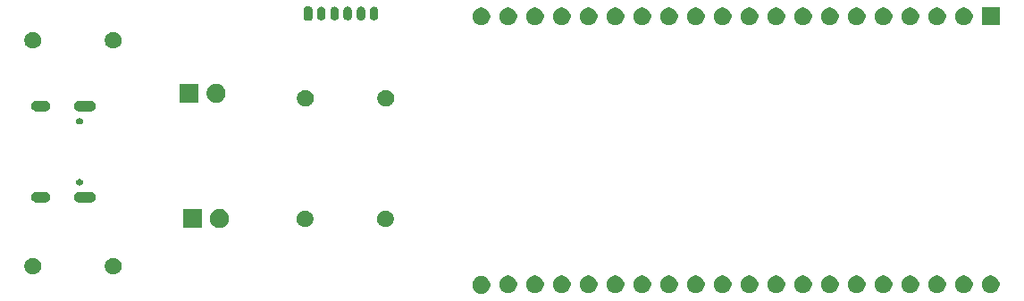
<source format=gbr>
%TF.GenerationSoftware,KiCad,Pcbnew,9.0.6-9.0.6~ubuntu24.04.1*%
%TF.CreationDate,2026-01-01T18:35:03+01:00*%
%TF.ProjectId,security-system,73656375-7269-4747-992d-73797374656d,0*%
%TF.SameCoordinates,Original*%
%TF.FileFunction,Soldermask,Bot*%
%TF.FilePolarity,Negative*%
%FSLAX46Y46*%
G04 Gerber Fmt 4.6, Leading zero omitted, Abs format (unit mm)*
G04 Created by KiCad (PCBNEW 9.0.6-9.0.6~ubuntu24.04.1) date 2026-01-01 18:35:03*
%MOMM*%
%LPD*%
G01*
G04 APERTURE LIST*
G04 APERTURE END LIST*
G36*
X169868742Y-98436601D02*
G01*
X170022687Y-98500367D01*
X170161234Y-98592941D01*
X170279059Y-98710766D01*
X170371633Y-98849313D01*
X170435399Y-99003258D01*
X170467907Y-99166685D01*
X170467907Y-99333315D01*
X170435399Y-99496742D01*
X170371633Y-99650687D01*
X170279059Y-99789234D01*
X170161234Y-99907059D01*
X170022687Y-99999633D01*
X169868742Y-100063399D01*
X169705315Y-100095907D01*
X169538685Y-100095907D01*
X169375258Y-100063399D01*
X169221313Y-99999633D01*
X169082766Y-99907059D01*
X168964941Y-99789234D01*
X168872367Y-99650687D01*
X168808601Y-99496742D01*
X168776093Y-99333315D01*
X168776093Y-99166685D01*
X168808601Y-99003258D01*
X168872367Y-98849313D01*
X168964941Y-98710766D01*
X169082766Y-98592941D01*
X169221313Y-98500367D01*
X169375258Y-98436601D01*
X169538685Y-98404093D01*
X169705315Y-98404093D01*
X169868742Y-98436601D01*
G37*
G36*
X172408742Y-98386601D02*
G01*
X172562687Y-98450367D01*
X172701234Y-98542941D01*
X172819059Y-98660766D01*
X172911633Y-98799313D01*
X172975399Y-98953258D01*
X173007907Y-99116685D01*
X173007907Y-99283315D01*
X172975399Y-99446742D01*
X172911633Y-99600687D01*
X172819059Y-99739234D01*
X172701234Y-99857059D01*
X172562687Y-99949633D01*
X172408742Y-100013399D01*
X172245315Y-100045907D01*
X172078685Y-100045907D01*
X171915258Y-100013399D01*
X171761313Y-99949633D01*
X171622766Y-99857059D01*
X171504941Y-99739234D01*
X171412367Y-99600687D01*
X171348601Y-99446742D01*
X171316093Y-99283315D01*
X171316093Y-99116685D01*
X171348601Y-98953258D01*
X171412367Y-98799313D01*
X171504941Y-98660766D01*
X171622766Y-98542941D01*
X171761313Y-98450367D01*
X171915258Y-98386601D01*
X172078685Y-98354093D01*
X172245315Y-98354093D01*
X172408742Y-98386601D01*
G37*
G36*
X174948742Y-98386601D02*
G01*
X175102687Y-98450367D01*
X175241234Y-98542941D01*
X175359059Y-98660766D01*
X175451633Y-98799313D01*
X175515399Y-98953258D01*
X175547907Y-99116685D01*
X175547907Y-99283315D01*
X175515399Y-99446742D01*
X175451633Y-99600687D01*
X175359059Y-99739234D01*
X175241234Y-99857059D01*
X175102687Y-99949633D01*
X174948742Y-100013399D01*
X174785315Y-100045907D01*
X174618685Y-100045907D01*
X174455258Y-100013399D01*
X174301313Y-99949633D01*
X174162766Y-99857059D01*
X174044941Y-99739234D01*
X173952367Y-99600687D01*
X173888601Y-99446742D01*
X173856093Y-99283315D01*
X173856093Y-99116685D01*
X173888601Y-98953258D01*
X173952367Y-98799313D01*
X174044941Y-98660766D01*
X174162766Y-98542941D01*
X174301313Y-98450367D01*
X174455258Y-98386601D01*
X174618685Y-98354093D01*
X174785315Y-98354093D01*
X174948742Y-98386601D01*
G37*
G36*
X177488742Y-98386601D02*
G01*
X177642687Y-98450367D01*
X177781234Y-98542941D01*
X177899059Y-98660766D01*
X177991633Y-98799313D01*
X178055399Y-98953258D01*
X178087907Y-99116685D01*
X178087907Y-99283315D01*
X178055399Y-99446742D01*
X177991633Y-99600687D01*
X177899059Y-99739234D01*
X177781234Y-99857059D01*
X177642687Y-99949633D01*
X177488742Y-100013399D01*
X177325315Y-100045907D01*
X177158685Y-100045907D01*
X176995258Y-100013399D01*
X176841313Y-99949633D01*
X176702766Y-99857059D01*
X176584941Y-99739234D01*
X176492367Y-99600687D01*
X176428601Y-99446742D01*
X176396093Y-99283315D01*
X176396093Y-99116685D01*
X176428601Y-98953258D01*
X176492367Y-98799313D01*
X176584941Y-98660766D01*
X176702766Y-98542941D01*
X176841313Y-98450367D01*
X176995258Y-98386601D01*
X177158685Y-98354093D01*
X177325315Y-98354093D01*
X177488742Y-98386601D01*
G37*
G36*
X180028742Y-98386601D02*
G01*
X180182687Y-98450367D01*
X180321234Y-98542941D01*
X180439059Y-98660766D01*
X180531633Y-98799313D01*
X180595399Y-98953258D01*
X180627907Y-99116685D01*
X180627907Y-99283315D01*
X180595399Y-99446742D01*
X180531633Y-99600687D01*
X180439059Y-99739234D01*
X180321234Y-99857059D01*
X180182687Y-99949633D01*
X180028742Y-100013399D01*
X179865315Y-100045907D01*
X179698685Y-100045907D01*
X179535258Y-100013399D01*
X179381313Y-99949633D01*
X179242766Y-99857059D01*
X179124941Y-99739234D01*
X179032367Y-99600687D01*
X178968601Y-99446742D01*
X178936093Y-99283315D01*
X178936093Y-99116685D01*
X178968601Y-98953258D01*
X179032367Y-98799313D01*
X179124941Y-98660766D01*
X179242766Y-98542941D01*
X179381313Y-98450367D01*
X179535258Y-98386601D01*
X179698685Y-98354093D01*
X179865315Y-98354093D01*
X180028742Y-98386601D01*
G37*
G36*
X182568742Y-98386601D02*
G01*
X182722687Y-98450367D01*
X182861234Y-98542941D01*
X182979059Y-98660766D01*
X183071633Y-98799313D01*
X183135399Y-98953258D01*
X183167907Y-99116685D01*
X183167907Y-99283315D01*
X183135399Y-99446742D01*
X183071633Y-99600687D01*
X182979059Y-99739234D01*
X182861234Y-99857059D01*
X182722687Y-99949633D01*
X182568742Y-100013399D01*
X182405315Y-100045907D01*
X182238685Y-100045907D01*
X182075258Y-100013399D01*
X181921313Y-99949633D01*
X181782766Y-99857059D01*
X181664941Y-99739234D01*
X181572367Y-99600687D01*
X181508601Y-99446742D01*
X181476093Y-99283315D01*
X181476093Y-99116685D01*
X181508601Y-98953258D01*
X181572367Y-98799313D01*
X181664941Y-98660766D01*
X181782766Y-98542941D01*
X181921313Y-98450367D01*
X182075258Y-98386601D01*
X182238685Y-98354093D01*
X182405315Y-98354093D01*
X182568742Y-98386601D01*
G37*
G36*
X185108742Y-98386601D02*
G01*
X185262687Y-98450367D01*
X185401234Y-98542941D01*
X185519059Y-98660766D01*
X185611633Y-98799313D01*
X185675399Y-98953258D01*
X185707907Y-99116685D01*
X185707907Y-99283315D01*
X185675399Y-99446742D01*
X185611633Y-99600687D01*
X185519059Y-99739234D01*
X185401234Y-99857059D01*
X185262687Y-99949633D01*
X185108742Y-100013399D01*
X184945315Y-100045907D01*
X184778685Y-100045907D01*
X184615258Y-100013399D01*
X184461313Y-99949633D01*
X184322766Y-99857059D01*
X184204941Y-99739234D01*
X184112367Y-99600687D01*
X184048601Y-99446742D01*
X184016093Y-99283315D01*
X184016093Y-99116685D01*
X184048601Y-98953258D01*
X184112367Y-98799313D01*
X184204941Y-98660766D01*
X184322766Y-98542941D01*
X184461313Y-98450367D01*
X184615258Y-98386601D01*
X184778685Y-98354093D01*
X184945315Y-98354093D01*
X185108742Y-98386601D01*
G37*
G36*
X187648742Y-98386601D02*
G01*
X187802687Y-98450367D01*
X187941234Y-98542941D01*
X188059059Y-98660766D01*
X188151633Y-98799313D01*
X188215399Y-98953258D01*
X188247907Y-99116685D01*
X188247907Y-99283315D01*
X188215399Y-99446742D01*
X188151633Y-99600687D01*
X188059059Y-99739234D01*
X187941234Y-99857059D01*
X187802687Y-99949633D01*
X187648742Y-100013399D01*
X187485315Y-100045907D01*
X187318685Y-100045907D01*
X187155258Y-100013399D01*
X187001313Y-99949633D01*
X186862766Y-99857059D01*
X186744941Y-99739234D01*
X186652367Y-99600687D01*
X186588601Y-99446742D01*
X186556093Y-99283315D01*
X186556093Y-99116685D01*
X186588601Y-98953258D01*
X186652367Y-98799313D01*
X186744941Y-98660766D01*
X186862766Y-98542941D01*
X187001313Y-98450367D01*
X187155258Y-98386601D01*
X187318685Y-98354093D01*
X187485315Y-98354093D01*
X187648742Y-98386601D01*
G37*
G36*
X190188742Y-98386601D02*
G01*
X190342687Y-98450367D01*
X190481234Y-98542941D01*
X190599059Y-98660766D01*
X190691633Y-98799313D01*
X190755399Y-98953258D01*
X190787907Y-99116685D01*
X190787907Y-99283315D01*
X190755399Y-99446742D01*
X190691633Y-99600687D01*
X190599059Y-99739234D01*
X190481234Y-99857059D01*
X190342687Y-99949633D01*
X190188742Y-100013399D01*
X190025315Y-100045907D01*
X189858685Y-100045907D01*
X189695258Y-100013399D01*
X189541313Y-99949633D01*
X189402766Y-99857059D01*
X189284941Y-99739234D01*
X189192367Y-99600687D01*
X189128601Y-99446742D01*
X189096093Y-99283315D01*
X189096093Y-99116685D01*
X189128601Y-98953258D01*
X189192367Y-98799313D01*
X189284941Y-98660766D01*
X189402766Y-98542941D01*
X189541313Y-98450367D01*
X189695258Y-98386601D01*
X189858685Y-98354093D01*
X190025315Y-98354093D01*
X190188742Y-98386601D01*
G37*
G36*
X192728742Y-98386601D02*
G01*
X192882687Y-98450367D01*
X193021234Y-98542941D01*
X193139059Y-98660766D01*
X193231633Y-98799313D01*
X193295399Y-98953258D01*
X193327907Y-99116685D01*
X193327907Y-99283315D01*
X193295399Y-99446742D01*
X193231633Y-99600687D01*
X193139059Y-99739234D01*
X193021234Y-99857059D01*
X192882687Y-99949633D01*
X192728742Y-100013399D01*
X192565315Y-100045907D01*
X192398685Y-100045907D01*
X192235258Y-100013399D01*
X192081313Y-99949633D01*
X191942766Y-99857059D01*
X191824941Y-99739234D01*
X191732367Y-99600687D01*
X191668601Y-99446742D01*
X191636093Y-99283315D01*
X191636093Y-99116685D01*
X191668601Y-98953258D01*
X191732367Y-98799313D01*
X191824941Y-98660766D01*
X191942766Y-98542941D01*
X192081313Y-98450367D01*
X192235258Y-98386601D01*
X192398685Y-98354093D01*
X192565315Y-98354093D01*
X192728742Y-98386601D01*
G37*
G36*
X195268742Y-98386601D02*
G01*
X195422687Y-98450367D01*
X195561234Y-98542941D01*
X195679059Y-98660766D01*
X195771633Y-98799313D01*
X195835399Y-98953258D01*
X195867907Y-99116685D01*
X195867907Y-99283315D01*
X195835399Y-99446742D01*
X195771633Y-99600687D01*
X195679059Y-99739234D01*
X195561234Y-99857059D01*
X195422687Y-99949633D01*
X195268742Y-100013399D01*
X195105315Y-100045907D01*
X194938685Y-100045907D01*
X194775258Y-100013399D01*
X194621313Y-99949633D01*
X194482766Y-99857059D01*
X194364941Y-99739234D01*
X194272367Y-99600687D01*
X194208601Y-99446742D01*
X194176093Y-99283315D01*
X194176093Y-99116685D01*
X194208601Y-98953258D01*
X194272367Y-98799313D01*
X194364941Y-98660766D01*
X194482766Y-98542941D01*
X194621313Y-98450367D01*
X194775258Y-98386601D01*
X194938685Y-98354093D01*
X195105315Y-98354093D01*
X195268742Y-98386601D01*
G37*
G36*
X197808742Y-98386601D02*
G01*
X197962687Y-98450367D01*
X198101234Y-98542941D01*
X198219059Y-98660766D01*
X198311633Y-98799313D01*
X198375399Y-98953258D01*
X198407907Y-99116685D01*
X198407907Y-99283315D01*
X198375399Y-99446742D01*
X198311633Y-99600687D01*
X198219059Y-99739234D01*
X198101234Y-99857059D01*
X197962687Y-99949633D01*
X197808742Y-100013399D01*
X197645315Y-100045907D01*
X197478685Y-100045907D01*
X197315258Y-100013399D01*
X197161313Y-99949633D01*
X197022766Y-99857059D01*
X196904941Y-99739234D01*
X196812367Y-99600687D01*
X196748601Y-99446742D01*
X196716093Y-99283315D01*
X196716093Y-99116685D01*
X196748601Y-98953258D01*
X196812367Y-98799313D01*
X196904941Y-98660766D01*
X197022766Y-98542941D01*
X197161313Y-98450367D01*
X197315258Y-98386601D01*
X197478685Y-98354093D01*
X197645315Y-98354093D01*
X197808742Y-98386601D01*
G37*
G36*
X200348742Y-98386601D02*
G01*
X200502687Y-98450367D01*
X200641234Y-98542941D01*
X200759059Y-98660766D01*
X200851633Y-98799313D01*
X200915399Y-98953258D01*
X200947907Y-99116685D01*
X200947907Y-99283315D01*
X200915399Y-99446742D01*
X200851633Y-99600687D01*
X200759059Y-99739234D01*
X200641234Y-99857059D01*
X200502687Y-99949633D01*
X200348742Y-100013399D01*
X200185315Y-100045907D01*
X200018685Y-100045907D01*
X199855258Y-100013399D01*
X199701313Y-99949633D01*
X199562766Y-99857059D01*
X199444941Y-99739234D01*
X199352367Y-99600687D01*
X199288601Y-99446742D01*
X199256093Y-99283315D01*
X199256093Y-99116685D01*
X199288601Y-98953258D01*
X199352367Y-98799313D01*
X199444941Y-98660766D01*
X199562766Y-98542941D01*
X199701313Y-98450367D01*
X199855258Y-98386601D01*
X200018685Y-98354093D01*
X200185315Y-98354093D01*
X200348742Y-98386601D01*
G37*
G36*
X202888742Y-98386601D02*
G01*
X203042687Y-98450367D01*
X203181234Y-98542941D01*
X203299059Y-98660766D01*
X203391633Y-98799313D01*
X203455399Y-98953258D01*
X203487907Y-99116685D01*
X203487907Y-99283315D01*
X203455399Y-99446742D01*
X203391633Y-99600687D01*
X203299059Y-99739234D01*
X203181234Y-99857059D01*
X203042687Y-99949633D01*
X202888742Y-100013399D01*
X202725315Y-100045907D01*
X202558685Y-100045907D01*
X202395258Y-100013399D01*
X202241313Y-99949633D01*
X202102766Y-99857059D01*
X201984941Y-99739234D01*
X201892367Y-99600687D01*
X201828601Y-99446742D01*
X201796093Y-99283315D01*
X201796093Y-99116685D01*
X201828601Y-98953258D01*
X201892367Y-98799313D01*
X201984941Y-98660766D01*
X202102766Y-98542941D01*
X202241313Y-98450367D01*
X202395258Y-98386601D01*
X202558685Y-98354093D01*
X202725315Y-98354093D01*
X202888742Y-98386601D01*
G37*
G36*
X205428742Y-98386601D02*
G01*
X205582687Y-98450367D01*
X205721234Y-98542941D01*
X205839059Y-98660766D01*
X205931633Y-98799313D01*
X205995399Y-98953258D01*
X206027907Y-99116685D01*
X206027907Y-99283315D01*
X205995399Y-99446742D01*
X205931633Y-99600687D01*
X205839059Y-99739234D01*
X205721234Y-99857059D01*
X205582687Y-99949633D01*
X205428742Y-100013399D01*
X205265315Y-100045907D01*
X205098685Y-100045907D01*
X204935258Y-100013399D01*
X204781313Y-99949633D01*
X204642766Y-99857059D01*
X204524941Y-99739234D01*
X204432367Y-99600687D01*
X204368601Y-99446742D01*
X204336093Y-99283315D01*
X204336093Y-99116685D01*
X204368601Y-98953258D01*
X204432367Y-98799313D01*
X204524941Y-98660766D01*
X204642766Y-98542941D01*
X204781313Y-98450367D01*
X204935258Y-98386601D01*
X205098685Y-98354093D01*
X205265315Y-98354093D01*
X205428742Y-98386601D01*
G37*
G36*
X207968742Y-98386601D02*
G01*
X208122687Y-98450367D01*
X208261234Y-98542941D01*
X208379059Y-98660766D01*
X208471633Y-98799313D01*
X208535399Y-98953258D01*
X208567907Y-99116685D01*
X208567907Y-99283315D01*
X208535399Y-99446742D01*
X208471633Y-99600687D01*
X208379059Y-99739234D01*
X208261234Y-99857059D01*
X208122687Y-99949633D01*
X207968742Y-100013399D01*
X207805315Y-100045907D01*
X207638685Y-100045907D01*
X207475258Y-100013399D01*
X207321313Y-99949633D01*
X207182766Y-99857059D01*
X207064941Y-99739234D01*
X206972367Y-99600687D01*
X206908601Y-99446742D01*
X206876093Y-99283315D01*
X206876093Y-99116685D01*
X206908601Y-98953258D01*
X206972367Y-98799313D01*
X207064941Y-98660766D01*
X207182766Y-98542941D01*
X207321313Y-98450367D01*
X207475258Y-98386601D01*
X207638685Y-98354093D01*
X207805315Y-98354093D01*
X207968742Y-98386601D01*
G37*
G36*
X210508742Y-98386601D02*
G01*
X210662687Y-98450367D01*
X210801234Y-98542941D01*
X210919059Y-98660766D01*
X211011633Y-98799313D01*
X211075399Y-98953258D01*
X211107907Y-99116685D01*
X211107907Y-99283315D01*
X211075399Y-99446742D01*
X211011633Y-99600687D01*
X210919059Y-99739234D01*
X210801234Y-99857059D01*
X210662687Y-99949633D01*
X210508742Y-100013399D01*
X210345315Y-100045907D01*
X210178685Y-100045907D01*
X210015258Y-100013399D01*
X209861313Y-99949633D01*
X209722766Y-99857059D01*
X209604941Y-99739234D01*
X209512367Y-99600687D01*
X209448601Y-99446742D01*
X209416093Y-99283315D01*
X209416093Y-99116685D01*
X209448601Y-98953258D01*
X209512367Y-98799313D01*
X209604941Y-98660766D01*
X209722766Y-98542941D01*
X209861313Y-98450367D01*
X210015258Y-98386601D01*
X210178685Y-98354093D01*
X210345315Y-98354093D01*
X210508742Y-98386601D01*
G37*
G36*
X213048742Y-98386601D02*
G01*
X213202687Y-98450367D01*
X213341234Y-98542941D01*
X213459059Y-98660766D01*
X213551633Y-98799313D01*
X213615399Y-98953258D01*
X213647907Y-99116685D01*
X213647907Y-99283315D01*
X213615399Y-99446742D01*
X213551633Y-99600687D01*
X213459059Y-99739234D01*
X213341234Y-99857059D01*
X213202687Y-99949633D01*
X213048742Y-100013399D01*
X212885315Y-100045907D01*
X212718685Y-100045907D01*
X212555258Y-100013399D01*
X212401313Y-99949633D01*
X212262766Y-99857059D01*
X212144941Y-99739234D01*
X212052367Y-99600687D01*
X211988601Y-99446742D01*
X211956093Y-99283315D01*
X211956093Y-99116685D01*
X211988601Y-98953258D01*
X212052367Y-98799313D01*
X212144941Y-98660766D01*
X212262766Y-98542941D01*
X212401313Y-98450367D01*
X212555258Y-98386601D01*
X212718685Y-98354093D01*
X212885315Y-98354093D01*
X213048742Y-98386601D01*
G37*
G36*
X215588742Y-98386601D02*
G01*
X215742687Y-98450367D01*
X215881234Y-98542941D01*
X215999059Y-98660766D01*
X216091633Y-98799313D01*
X216155399Y-98953258D01*
X216187907Y-99116685D01*
X216187907Y-99283315D01*
X216155399Y-99446742D01*
X216091633Y-99600687D01*
X215999059Y-99739234D01*
X215881234Y-99857059D01*
X215742687Y-99949633D01*
X215588742Y-100013399D01*
X215425315Y-100045907D01*
X215258685Y-100045907D01*
X215095258Y-100013399D01*
X214941313Y-99949633D01*
X214802766Y-99857059D01*
X214684941Y-99739234D01*
X214592367Y-99600687D01*
X214528601Y-99446742D01*
X214496093Y-99283315D01*
X214496093Y-99116685D01*
X214528601Y-98953258D01*
X214592367Y-98799313D01*
X214684941Y-98660766D01*
X214802766Y-98542941D01*
X214941313Y-98450367D01*
X215095258Y-98386601D01*
X215258685Y-98354093D01*
X215425315Y-98354093D01*
X215588742Y-98386601D01*
G37*
G36*
X218128742Y-98386601D02*
G01*
X218282687Y-98450367D01*
X218421234Y-98542941D01*
X218539059Y-98660766D01*
X218631633Y-98799313D01*
X218695399Y-98953258D01*
X218727907Y-99116685D01*
X218727907Y-99283315D01*
X218695399Y-99446742D01*
X218631633Y-99600687D01*
X218539059Y-99739234D01*
X218421234Y-99857059D01*
X218282687Y-99949633D01*
X218128742Y-100013399D01*
X217965315Y-100045907D01*
X217798685Y-100045907D01*
X217635258Y-100013399D01*
X217481313Y-99949633D01*
X217342766Y-99857059D01*
X217224941Y-99739234D01*
X217132367Y-99600687D01*
X217068601Y-99446742D01*
X217036093Y-99283315D01*
X217036093Y-99116685D01*
X217068601Y-98953258D01*
X217132367Y-98799313D01*
X217224941Y-98660766D01*
X217342766Y-98542941D01*
X217481313Y-98450367D01*
X217635258Y-98386601D01*
X217798685Y-98354093D01*
X217965315Y-98354093D01*
X218128742Y-98386601D01*
G37*
G36*
X127362228Y-96704448D02*
G01*
X127507117Y-96764463D01*
X127637515Y-96851592D01*
X127748408Y-96962485D01*
X127835537Y-97092883D01*
X127895552Y-97237772D01*
X127926148Y-97391586D01*
X127926148Y-97548414D01*
X127895552Y-97702228D01*
X127835537Y-97847117D01*
X127748408Y-97977515D01*
X127637515Y-98088408D01*
X127507117Y-98175537D01*
X127362228Y-98235552D01*
X127208414Y-98266148D01*
X127051586Y-98266148D01*
X126897772Y-98235552D01*
X126752883Y-98175537D01*
X126622485Y-98088408D01*
X126511592Y-97977515D01*
X126424463Y-97847117D01*
X126364448Y-97702228D01*
X126333852Y-97548414D01*
X126333852Y-97391586D01*
X126364448Y-97237772D01*
X126424463Y-97092883D01*
X126511592Y-96962485D01*
X126622485Y-96851592D01*
X126752883Y-96764463D01*
X126897772Y-96704448D01*
X127051586Y-96673852D01*
X127208414Y-96673852D01*
X127362228Y-96704448D01*
G37*
G36*
X134982228Y-96704448D02*
G01*
X135127117Y-96764463D01*
X135257515Y-96851592D01*
X135368408Y-96962485D01*
X135455537Y-97092883D01*
X135515552Y-97237772D01*
X135546148Y-97391586D01*
X135546148Y-97548414D01*
X135515552Y-97702228D01*
X135455537Y-97847117D01*
X135368408Y-97977515D01*
X135257515Y-98088408D01*
X135127117Y-98175537D01*
X134982228Y-98235552D01*
X134828414Y-98266148D01*
X134671586Y-98266148D01*
X134517772Y-98235552D01*
X134372883Y-98175537D01*
X134242485Y-98088408D01*
X134131592Y-97977515D01*
X134044463Y-97847117D01*
X133984448Y-97702228D01*
X133953852Y-97548414D01*
X133953852Y-97391586D01*
X133984448Y-97237772D01*
X134044463Y-97092883D01*
X134131592Y-96962485D01*
X134242485Y-96851592D01*
X134372883Y-96764463D01*
X134517772Y-96704448D01*
X134671586Y-96673852D01*
X134828414Y-96673852D01*
X134982228Y-96704448D01*
G37*
G36*
X143175000Y-93850000D02*
G01*
X141375000Y-93850000D01*
X141375000Y-92050000D01*
X143175000Y-92050000D01*
X143175000Y-93850000D01*
G37*
G36*
X145076256Y-92088754D02*
G01*
X145239257Y-92156271D01*
X145385954Y-92254291D01*
X145510709Y-92379046D01*
X145608729Y-92525743D01*
X145676246Y-92688744D01*
X145710666Y-92861785D01*
X145710666Y-93038215D01*
X145676246Y-93211256D01*
X145608729Y-93374257D01*
X145510709Y-93520954D01*
X145385954Y-93645709D01*
X145239257Y-93743729D01*
X145076256Y-93811246D01*
X144903215Y-93845666D01*
X144726785Y-93845666D01*
X144553744Y-93811246D01*
X144390743Y-93743729D01*
X144244046Y-93645709D01*
X144119291Y-93520954D01*
X144021271Y-93374257D01*
X143953754Y-93211256D01*
X143919334Y-93038215D01*
X143919334Y-92861785D01*
X143953754Y-92688744D01*
X144021271Y-92525743D01*
X144119291Y-92379046D01*
X144244046Y-92254291D01*
X144390743Y-92156271D01*
X144553744Y-92088754D01*
X144726785Y-92054334D01*
X144903215Y-92054334D01*
X145076256Y-92088754D01*
G37*
G36*
X153162228Y-92224448D02*
G01*
X153307117Y-92284463D01*
X153437515Y-92371592D01*
X153548408Y-92482485D01*
X153635537Y-92612883D01*
X153695552Y-92757772D01*
X153726148Y-92911586D01*
X153726148Y-93068414D01*
X153695552Y-93222228D01*
X153635537Y-93367117D01*
X153548408Y-93497515D01*
X153437515Y-93608408D01*
X153307117Y-93695537D01*
X153162228Y-93755552D01*
X153008414Y-93786148D01*
X152851586Y-93786148D01*
X152697772Y-93755552D01*
X152552883Y-93695537D01*
X152422485Y-93608408D01*
X152311592Y-93497515D01*
X152224463Y-93367117D01*
X152164448Y-93222228D01*
X152133852Y-93068414D01*
X152133852Y-92911586D01*
X152164448Y-92757772D01*
X152224463Y-92612883D01*
X152311592Y-92482485D01*
X152422485Y-92371592D01*
X152552883Y-92284463D01*
X152697772Y-92224448D01*
X152851586Y-92193852D01*
X153008414Y-92193852D01*
X153162228Y-92224448D01*
G37*
G36*
X160782228Y-92224448D02*
G01*
X160927117Y-92284463D01*
X161057515Y-92371592D01*
X161168408Y-92482485D01*
X161255537Y-92612883D01*
X161315552Y-92757772D01*
X161346148Y-92911586D01*
X161346148Y-93068414D01*
X161315552Y-93222228D01*
X161255537Y-93367117D01*
X161168408Y-93497515D01*
X161057515Y-93608408D01*
X160927117Y-93695537D01*
X160782228Y-93755552D01*
X160628414Y-93786148D01*
X160471586Y-93786148D01*
X160317772Y-93755552D01*
X160172883Y-93695537D01*
X160042485Y-93608408D01*
X159931592Y-93497515D01*
X159844463Y-93367117D01*
X159784448Y-93222228D01*
X159753852Y-93068414D01*
X159753852Y-92911586D01*
X159784448Y-92757772D01*
X159844463Y-92612883D01*
X159931592Y-92482485D01*
X160042485Y-92371592D01*
X160172883Y-92284463D01*
X160317772Y-92224448D01*
X160471586Y-92193852D01*
X160628414Y-92193852D01*
X160782228Y-92224448D01*
G37*
G36*
X128345263Y-90444278D02*
G01*
X128471342Y-90478060D01*
X128584381Y-90543323D01*
X128676677Y-90635619D01*
X128741940Y-90748658D01*
X128775722Y-90874737D01*
X128775722Y-91005263D01*
X128741940Y-91131342D01*
X128676677Y-91244381D01*
X128584381Y-91336677D01*
X128471342Y-91401940D01*
X128345263Y-91435722D01*
X128280000Y-91440000D01*
X128278029Y-91440000D01*
X127481971Y-91440000D01*
X127480000Y-91440000D01*
X127414737Y-91435722D01*
X127288658Y-91401940D01*
X127175619Y-91336677D01*
X127083323Y-91244381D01*
X127018060Y-91131342D01*
X126984278Y-91005263D01*
X126984278Y-90874737D01*
X127018060Y-90748658D01*
X127083323Y-90635619D01*
X127175619Y-90543323D01*
X127288658Y-90478060D01*
X127414737Y-90444278D01*
X127480000Y-90440000D01*
X128280000Y-90440000D01*
X128345263Y-90444278D01*
G37*
G36*
X132675263Y-90444278D02*
G01*
X132801342Y-90478060D01*
X132914381Y-90543323D01*
X133006677Y-90635619D01*
X133071940Y-90748658D01*
X133105722Y-90874737D01*
X133105722Y-91005263D01*
X133071940Y-91131342D01*
X133006677Y-91244381D01*
X132914381Y-91336677D01*
X132801342Y-91401940D01*
X132675263Y-91435722D01*
X132610000Y-91440000D01*
X132608029Y-91440000D01*
X131511971Y-91440000D01*
X131510000Y-91440000D01*
X131444737Y-91435722D01*
X131318658Y-91401940D01*
X131205619Y-91336677D01*
X131113323Y-91244381D01*
X131048060Y-91131342D01*
X131014278Y-91005263D01*
X131014278Y-90874737D01*
X131048060Y-90748658D01*
X131113323Y-90635619D01*
X131205619Y-90543323D01*
X131318658Y-90478060D01*
X131444737Y-90444278D01*
X131510000Y-90440000D01*
X132610000Y-90440000D01*
X132675263Y-90444278D01*
G37*
G36*
X131684372Y-89209739D02*
G01*
X131757847Y-89252160D01*
X131817840Y-89312153D01*
X131860261Y-89385628D01*
X131882220Y-89467579D01*
X131882220Y-89552421D01*
X131860261Y-89634372D01*
X131817840Y-89707847D01*
X131757847Y-89767840D01*
X131684372Y-89810261D01*
X131602421Y-89832220D01*
X131517579Y-89832220D01*
X131435628Y-89810261D01*
X131362153Y-89767840D01*
X131302160Y-89707847D01*
X131259739Y-89634372D01*
X131237780Y-89552421D01*
X131237780Y-89467579D01*
X131259739Y-89385628D01*
X131302160Y-89312153D01*
X131362153Y-89252160D01*
X131435628Y-89209739D01*
X131517579Y-89187780D01*
X131602421Y-89187780D01*
X131684372Y-89209739D01*
G37*
G36*
X131684372Y-83429739D02*
G01*
X131757847Y-83472160D01*
X131817840Y-83532153D01*
X131860261Y-83605628D01*
X131882220Y-83687579D01*
X131882220Y-83772421D01*
X131860261Y-83854372D01*
X131817840Y-83927847D01*
X131757847Y-83987840D01*
X131684372Y-84030261D01*
X131602421Y-84052220D01*
X131517579Y-84052220D01*
X131435628Y-84030261D01*
X131362153Y-83987840D01*
X131302160Y-83927847D01*
X131259739Y-83854372D01*
X131237780Y-83772421D01*
X131237780Y-83687579D01*
X131259739Y-83605628D01*
X131302160Y-83532153D01*
X131362153Y-83472160D01*
X131435628Y-83429739D01*
X131517579Y-83407780D01*
X131602421Y-83407780D01*
X131684372Y-83429739D01*
G37*
G36*
X128345263Y-81804278D02*
G01*
X128471342Y-81838060D01*
X128584381Y-81903323D01*
X128676677Y-81995619D01*
X128741940Y-82108658D01*
X128775722Y-82234737D01*
X128775722Y-82365263D01*
X128741940Y-82491342D01*
X128676677Y-82604381D01*
X128584381Y-82696677D01*
X128471342Y-82761940D01*
X128345263Y-82795722D01*
X128280000Y-82800000D01*
X128278029Y-82800000D01*
X127481971Y-82800000D01*
X127480000Y-82800000D01*
X127414737Y-82795722D01*
X127288658Y-82761940D01*
X127175619Y-82696677D01*
X127083323Y-82604381D01*
X127018060Y-82491342D01*
X126984278Y-82365263D01*
X126984278Y-82234737D01*
X127018060Y-82108658D01*
X127083323Y-81995619D01*
X127175619Y-81903323D01*
X127288658Y-81838060D01*
X127414737Y-81804278D01*
X127480000Y-81800000D01*
X128280000Y-81800000D01*
X128345263Y-81804278D01*
G37*
G36*
X132675263Y-81804278D02*
G01*
X132801342Y-81838060D01*
X132914381Y-81903323D01*
X133006677Y-81995619D01*
X133071940Y-82108658D01*
X133105722Y-82234737D01*
X133105722Y-82365263D01*
X133071940Y-82491342D01*
X133006677Y-82604381D01*
X132914381Y-82696677D01*
X132801342Y-82761940D01*
X132675263Y-82795722D01*
X132610000Y-82800000D01*
X132608029Y-82800000D01*
X131511971Y-82800000D01*
X131510000Y-82800000D01*
X131444737Y-82795722D01*
X131318658Y-82761940D01*
X131205619Y-82696677D01*
X131113323Y-82604381D01*
X131048060Y-82491342D01*
X131014278Y-82365263D01*
X131014278Y-82234737D01*
X131048060Y-82108658D01*
X131113323Y-81995619D01*
X131205619Y-81903323D01*
X131318658Y-81838060D01*
X131444737Y-81804278D01*
X131510000Y-81800000D01*
X132610000Y-81800000D01*
X132675263Y-81804278D01*
G37*
G36*
X153192228Y-80784448D02*
G01*
X153337117Y-80844463D01*
X153467515Y-80931592D01*
X153578408Y-81042485D01*
X153665537Y-81172883D01*
X153725552Y-81317772D01*
X153756148Y-81471586D01*
X153756148Y-81628414D01*
X153725552Y-81782228D01*
X153665537Y-81927117D01*
X153578408Y-82057515D01*
X153467515Y-82168408D01*
X153337117Y-82255537D01*
X153192228Y-82315552D01*
X153038414Y-82346148D01*
X152881586Y-82346148D01*
X152727772Y-82315552D01*
X152582883Y-82255537D01*
X152452485Y-82168408D01*
X152341592Y-82057515D01*
X152254463Y-81927117D01*
X152194448Y-81782228D01*
X152163852Y-81628414D01*
X152163852Y-81471586D01*
X152194448Y-81317772D01*
X152254463Y-81172883D01*
X152341592Y-81042485D01*
X152452485Y-80931592D01*
X152582883Y-80844463D01*
X152727772Y-80784448D01*
X152881586Y-80753852D01*
X153038414Y-80753852D01*
X153192228Y-80784448D01*
G37*
G36*
X160812228Y-80784448D02*
G01*
X160957117Y-80844463D01*
X161087515Y-80931592D01*
X161198408Y-81042485D01*
X161285537Y-81172883D01*
X161345552Y-81317772D01*
X161376148Y-81471586D01*
X161376148Y-81628414D01*
X161345552Y-81782228D01*
X161285537Y-81927117D01*
X161198408Y-82057515D01*
X161087515Y-82168408D01*
X160957117Y-82255537D01*
X160812228Y-82315552D01*
X160658414Y-82346148D01*
X160501586Y-82346148D01*
X160347772Y-82315552D01*
X160202883Y-82255537D01*
X160072485Y-82168408D01*
X159961592Y-82057515D01*
X159874463Y-81927117D01*
X159814448Y-81782228D01*
X159783852Y-81628414D01*
X159783852Y-81471586D01*
X159814448Y-81317772D01*
X159874463Y-81172883D01*
X159961592Y-81042485D01*
X160072485Y-80931592D01*
X160202883Y-80844463D01*
X160347772Y-80784448D01*
X160501586Y-80753852D01*
X160658414Y-80753852D01*
X160812228Y-80784448D01*
G37*
G36*
X142855000Y-81990000D02*
G01*
X141055000Y-81990000D01*
X141055000Y-80190000D01*
X142855000Y-80190000D01*
X142855000Y-81990000D01*
G37*
G36*
X144756256Y-80228754D02*
G01*
X144919257Y-80296271D01*
X145065954Y-80394291D01*
X145190709Y-80519046D01*
X145288729Y-80665743D01*
X145356246Y-80828744D01*
X145390666Y-81001785D01*
X145390666Y-81178215D01*
X145356246Y-81351256D01*
X145288729Y-81514257D01*
X145190709Y-81660954D01*
X145065954Y-81785709D01*
X144919257Y-81883729D01*
X144756256Y-81951246D01*
X144583215Y-81985666D01*
X144406785Y-81985666D01*
X144233744Y-81951246D01*
X144070743Y-81883729D01*
X143924046Y-81785709D01*
X143799291Y-81660954D01*
X143701271Y-81514257D01*
X143633754Y-81351256D01*
X143599334Y-81178215D01*
X143599334Y-81001785D01*
X143633754Y-80828744D01*
X143701271Y-80665743D01*
X143799291Y-80519046D01*
X143924046Y-80394291D01*
X144070743Y-80296271D01*
X144233744Y-80228754D01*
X144406785Y-80194334D01*
X144583215Y-80194334D01*
X144756256Y-80228754D01*
G37*
G36*
X127362228Y-75294448D02*
G01*
X127507117Y-75354463D01*
X127637515Y-75441592D01*
X127748408Y-75552485D01*
X127835537Y-75682883D01*
X127895552Y-75827772D01*
X127926148Y-75981586D01*
X127926148Y-76138414D01*
X127895552Y-76292228D01*
X127835537Y-76437117D01*
X127748408Y-76567515D01*
X127637515Y-76678408D01*
X127507117Y-76765537D01*
X127362228Y-76825552D01*
X127208414Y-76856148D01*
X127051586Y-76856148D01*
X126897772Y-76825552D01*
X126752883Y-76765537D01*
X126622485Y-76678408D01*
X126511592Y-76567515D01*
X126424463Y-76437117D01*
X126364448Y-76292228D01*
X126333852Y-76138414D01*
X126333852Y-75981586D01*
X126364448Y-75827772D01*
X126424463Y-75682883D01*
X126511592Y-75552485D01*
X126622485Y-75441592D01*
X126752883Y-75354463D01*
X126897772Y-75294448D01*
X127051586Y-75263852D01*
X127208414Y-75263852D01*
X127362228Y-75294448D01*
G37*
G36*
X134982228Y-75294448D02*
G01*
X135127117Y-75354463D01*
X135257515Y-75441592D01*
X135368408Y-75552485D01*
X135455537Y-75682883D01*
X135515552Y-75827772D01*
X135546148Y-75981586D01*
X135546148Y-76138414D01*
X135515552Y-76292228D01*
X135455537Y-76437117D01*
X135368408Y-76567515D01*
X135257515Y-76678408D01*
X135127117Y-76765537D01*
X134982228Y-76825552D01*
X134828414Y-76856148D01*
X134671586Y-76856148D01*
X134517772Y-76825552D01*
X134372883Y-76765537D01*
X134242485Y-76678408D01*
X134131592Y-76567515D01*
X134044463Y-76437117D01*
X133984448Y-76292228D01*
X133953852Y-76138414D01*
X133953852Y-75981586D01*
X133984448Y-75827772D01*
X134044463Y-75682883D01*
X134131592Y-75552485D01*
X134242485Y-75441592D01*
X134372883Y-75354463D01*
X134517772Y-75294448D01*
X134671586Y-75263852D01*
X134828414Y-75263852D01*
X134982228Y-75294448D01*
G37*
G36*
X169868742Y-72996601D02*
G01*
X170022687Y-73060367D01*
X170161234Y-73152941D01*
X170279059Y-73270766D01*
X170371633Y-73409313D01*
X170435399Y-73563258D01*
X170467907Y-73726685D01*
X170467907Y-73893315D01*
X170435399Y-74056742D01*
X170371633Y-74210687D01*
X170279059Y-74349234D01*
X170161234Y-74467059D01*
X170022687Y-74559633D01*
X169868742Y-74623399D01*
X169705315Y-74655907D01*
X169538685Y-74655907D01*
X169375258Y-74623399D01*
X169221313Y-74559633D01*
X169082766Y-74467059D01*
X168964941Y-74349234D01*
X168872367Y-74210687D01*
X168808601Y-74056742D01*
X168776093Y-73893315D01*
X168776093Y-73726685D01*
X168808601Y-73563258D01*
X168872367Y-73409313D01*
X168964941Y-73270766D01*
X169082766Y-73152941D01*
X169221313Y-73060367D01*
X169375258Y-72996601D01*
X169538685Y-72964093D01*
X169705315Y-72964093D01*
X169868742Y-72996601D01*
G37*
G36*
X218732000Y-74650000D02*
G01*
X217032000Y-74650000D01*
X217032000Y-72950000D01*
X218732000Y-72950000D01*
X218732000Y-74650000D01*
G37*
G36*
X172408742Y-72986601D02*
G01*
X172562687Y-73050367D01*
X172701234Y-73142941D01*
X172819059Y-73260766D01*
X172911633Y-73399313D01*
X172975399Y-73553258D01*
X173007907Y-73716685D01*
X173007907Y-73883315D01*
X172975399Y-74046742D01*
X172911633Y-74200687D01*
X172819059Y-74339234D01*
X172701234Y-74457059D01*
X172562687Y-74549633D01*
X172408742Y-74613399D01*
X172245315Y-74645907D01*
X172078685Y-74645907D01*
X171915258Y-74613399D01*
X171761313Y-74549633D01*
X171622766Y-74457059D01*
X171504941Y-74339234D01*
X171412367Y-74200687D01*
X171348601Y-74046742D01*
X171316093Y-73883315D01*
X171316093Y-73716685D01*
X171348601Y-73553258D01*
X171412367Y-73399313D01*
X171504941Y-73260766D01*
X171622766Y-73142941D01*
X171761313Y-73050367D01*
X171915258Y-72986601D01*
X172078685Y-72954093D01*
X172245315Y-72954093D01*
X172408742Y-72986601D01*
G37*
G36*
X174948742Y-72986601D02*
G01*
X175102687Y-73050367D01*
X175241234Y-73142941D01*
X175359059Y-73260766D01*
X175451633Y-73399313D01*
X175515399Y-73553258D01*
X175547907Y-73716685D01*
X175547907Y-73883315D01*
X175515399Y-74046742D01*
X175451633Y-74200687D01*
X175359059Y-74339234D01*
X175241234Y-74457059D01*
X175102687Y-74549633D01*
X174948742Y-74613399D01*
X174785315Y-74645907D01*
X174618685Y-74645907D01*
X174455258Y-74613399D01*
X174301313Y-74549633D01*
X174162766Y-74457059D01*
X174044941Y-74339234D01*
X173952367Y-74200687D01*
X173888601Y-74046742D01*
X173856093Y-73883315D01*
X173856093Y-73716685D01*
X173888601Y-73553258D01*
X173952367Y-73399313D01*
X174044941Y-73260766D01*
X174162766Y-73142941D01*
X174301313Y-73050367D01*
X174455258Y-72986601D01*
X174618685Y-72954093D01*
X174785315Y-72954093D01*
X174948742Y-72986601D01*
G37*
G36*
X177488742Y-72986601D02*
G01*
X177642687Y-73050367D01*
X177781234Y-73142941D01*
X177899059Y-73260766D01*
X177991633Y-73399313D01*
X178055399Y-73553258D01*
X178087907Y-73716685D01*
X178087907Y-73883315D01*
X178055399Y-74046742D01*
X177991633Y-74200687D01*
X177899059Y-74339234D01*
X177781234Y-74457059D01*
X177642687Y-74549633D01*
X177488742Y-74613399D01*
X177325315Y-74645907D01*
X177158685Y-74645907D01*
X176995258Y-74613399D01*
X176841313Y-74549633D01*
X176702766Y-74457059D01*
X176584941Y-74339234D01*
X176492367Y-74200687D01*
X176428601Y-74046742D01*
X176396093Y-73883315D01*
X176396093Y-73716685D01*
X176428601Y-73553258D01*
X176492367Y-73399313D01*
X176584941Y-73260766D01*
X176702766Y-73142941D01*
X176841313Y-73050367D01*
X176995258Y-72986601D01*
X177158685Y-72954093D01*
X177325315Y-72954093D01*
X177488742Y-72986601D01*
G37*
G36*
X180028742Y-72986601D02*
G01*
X180182687Y-73050367D01*
X180321234Y-73142941D01*
X180439059Y-73260766D01*
X180531633Y-73399313D01*
X180595399Y-73553258D01*
X180627907Y-73716685D01*
X180627907Y-73883315D01*
X180595399Y-74046742D01*
X180531633Y-74200687D01*
X180439059Y-74339234D01*
X180321234Y-74457059D01*
X180182687Y-74549633D01*
X180028742Y-74613399D01*
X179865315Y-74645907D01*
X179698685Y-74645907D01*
X179535258Y-74613399D01*
X179381313Y-74549633D01*
X179242766Y-74457059D01*
X179124941Y-74339234D01*
X179032367Y-74200687D01*
X178968601Y-74046742D01*
X178936093Y-73883315D01*
X178936093Y-73716685D01*
X178968601Y-73553258D01*
X179032367Y-73399313D01*
X179124941Y-73260766D01*
X179242766Y-73142941D01*
X179381313Y-73050367D01*
X179535258Y-72986601D01*
X179698685Y-72954093D01*
X179865315Y-72954093D01*
X180028742Y-72986601D01*
G37*
G36*
X182568742Y-72986601D02*
G01*
X182722687Y-73050367D01*
X182861234Y-73142941D01*
X182979059Y-73260766D01*
X183071633Y-73399313D01*
X183135399Y-73553258D01*
X183167907Y-73716685D01*
X183167907Y-73883315D01*
X183135399Y-74046742D01*
X183071633Y-74200687D01*
X182979059Y-74339234D01*
X182861234Y-74457059D01*
X182722687Y-74549633D01*
X182568742Y-74613399D01*
X182405315Y-74645907D01*
X182238685Y-74645907D01*
X182075258Y-74613399D01*
X181921313Y-74549633D01*
X181782766Y-74457059D01*
X181664941Y-74339234D01*
X181572367Y-74200687D01*
X181508601Y-74046742D01*
X181476093Y-73883315D01*
X181476093Y-73716685D01*
X181508601Y-73553258D01*
X181572367Y-73399313D01*
X181664941Y-73260766D01*
X181782766Y-73142941D01*
X181921313Y-73050367D01*
X182075258Y-72986601D01*
X182238685Y-72954093D01*
X182405315Y-72954093D01*
X182568742Y-72986601D01*
G37*
G36*
X185108742Y-72986601D02*
G01*
X185262687Y-73050367D01*
X185401234Y-73142941D01*
X185519059Y-73260766D01*
X185611633Y-73399313D01*
X185675399Y-73553258D01*
X185707907Y-73716685D01*
X185707907Y-73883315D01*
X185675399Y-74046742D01*
X185611633Y-74200687D01*
X185519059Y-74339234D01*
X185401234Y-74457059D01*
X185262687Y-74549633D01*
X185108742Y-74613399D01*
X184945315Y-74645907D01*
X184778685Y-74645907D01*
X184615258Y-74613399D01*
X184461313Y-74549633D01*
X184322766Y-74457059D01*
X184204941Y-74339234D01*
X184112367Y-74200687D01*
X184048601Y-74046742D01*
X184016093Y-73883315D01*
X184016093Y-73716685D01*
X184048601Y-73553258D01*
X184112367Y-73399313D01*
X184204941Y-73260766D01*
X184322766Y-73142941D01*
X184461313Y-73050367D01*
X184615258Y-72986601D01*
X184778685Y-72954093D01*
X184945315Y-72954093D01*
X185108742Y-72986601D01*
G37*
G36*
X187648742Y-72986601D02*
G01*
X187802687Y-73050367D01*
X187941234Y-73142941D01*
X188059059Y-73260766D01*
X188151633Y-73399313D01*
X188215399Y-73553258D01*
X188247907Y-73716685D01*
X188247907Y-73883315D01*
X188215399Y-74046742D01*
X188151633Y-74200687D01*
X188059059Y-74339234D01*
X187941234Y-74457059D01*
X187802687Y-74549633D01*
X187648742Y-74613399D01*
X187485315Y-74645907D01*
X187318685Y-74645907D01*
X187155258Y-74613399D01*
X187001313Y-74549633D01*
X186862766Y-74457059D01*
X186744941Y-74339234D01*
X186652367Y-74200687D01*
X186588601Y-74046742D01*
X186556093Y-73883315D01*
X186556093Y-73716685D01*
X186588601Y-73553258D01*
X186652367Y-73399313D01*
X186744941Y-73260766D01*
X186862766Y-73142941D01*
X187001313Y-73050367D01*
X187155258Y-72986601D01*
X187318685Y-72954093D01*
X187485315Y-72954093D01*
X187648742Y-72986601D01*
G37*
G36*
X190188742Y-72986601D02*
G01*
X190342687Y-73050367D01*
X190481234Y-73142941D01*
X190599059Y-73260766D01*
X190691633Y-73399313D01*
X190755399Y-73553258D01*
X190787907Y-73716685D01*
X190787907Y-73883315D01*
X190755399Y-74046742D01*
X190691633Y-74200687D01*
X190599059Y-74339234D01*
X190481234Y-74457059D01*
X190342687Y-74549633D01*
X190188742Y-74613399D01*
X190025315Y-74645907D01*
X189858685Y-74645907D01*
X189695258Y-74613399D01*
X189541313Y-74549633D01*
X189402766Y-74457059D01*
X189284941Y-74339234D01*
X189192367Y-74200687D01*
X189128601Y-74046742D01*
X189096093Y-73883315D01*
X189096093Y-73716685D01*
X189128601Y-73553258D01*
X189192367Y-73399313D01*
X189284941Y-73260766D01*
X189402766Y-73142941D01*
X189541313Y-73050367D01*
X189695258Y-72986601D01*
X189858685Y-72954093D01*
X190025315Y-72954093D01*
X190188742Y-72986601D01*
G37*
G36*
X192728742Y-72986601D02*
G01*
X192882687Y-73050367D01*
X193021234Y-73142941D01*
X193139059Y-73260766D01*
X193231633Y-73399313D01*
X193295399Y-73553258D01*
X193327907Y-73716685D01*
X193327907Y-73883315D01*
X193295399Y-74046742D01*
X193231633Y-74200687D01*
X193139059Y-74339234D01*
X193021234Y-74457059D01*
X192882687Y-74549633D01*
X192728742Y-74613399D01*
X192565315Y-74645907D01*
X192398685Y-74645907D01*
X192235258Y-74613399D01*
X192081313Y-74549633D01*
X191942766Y-74457059D01*
X191824941Y-74339234D01*
X191732367Y-74200687D01*
X191668601Y-74046742D01*
X191636093Y-73883315D01*
X191636093Y-73716685D01*
X191668601Y-73553258D01*
X191732367Y-73399313D01*
X191824941Y-73260766D01*
X191942766Y-73142941D01*
X192081313Y-73050367D01*
X192235258Y-72986601D01*
X192398685Y-72954093D01*
X192565315Y-72954093D01*
X192728742Y-72986601D01*
G37*
G36*
X195268742Y-72986601D02*
G01*
X195422687Y-73050367D01*
X195561234Y-73142941D01*
X195679059Y-73260766D01*
X195771633Y-73399313D01*
X195835399Y-73553258D01*
X195867907Y-73716685D01*
X195867907Y-73883315D01*
X195835399Y-74046742D01*
X195771633Y-74200687D01*
X195679059Y-74339234D01*
X195561234Y-74457059D01*
X195422687Y-74549633D01*
X195268742Y-74613399D01*
X195105315Y-74645907D01*
X194938685Y-74645907D01*
X194775258Y-74613399D01*
X194621313Y-74549633D01*
X194482766Y-74457059D01*
X194364941Y-74339234D01*
X194272367Y-74200687D01*
X194208601Y-74046742D01*
X194176093Y-73883315D01*
X194176093Y-73716685D01*
X194208601Y-73553258D01*
X194272367Y-73399313D01*
X194364941Y-73260766D01*
X194482766Y-73142941D01*
X194621313Y-73050367D01*
X194775258Y-72986601D01*
X194938685Y-72954093D01*
X195105315Y-72954093D01*
X195268742Y-72986601D01*
G37*
G36*
X197808742Y-72986601D02*
G01*
X197962687Y-73050367D01*
X198101234Y-73142941D01*
X198219059Y-73260766D01*
X198311633Y-73399313D01*
X198375399Y-73553258D01*
X198407907Y-73716685D01*
X198407907Y-73883315D01*
X198375399Y-74046742D01*
X198311633Y-74200687D01*
X198219059Y-74339234D01*
X198101234Y-74457059D01*
X197962687Y-74549633D01*
X197808742Y-74613399D01*
X197645315Y-74645907D01*
X197478685Y-74645907D01*
X197315258Y-74613399D01*
X197161313Y-74549633D01*
X197022766Y-74457059D01*
X196904941Y-74339234D01*
X196812367Y-74200687D01*
X196748601Y-74046742D01*
X196716093Y-73883315D01*
X196716093Y-73716685D01*
X196748601Y-73553258D01*
X196812367Y-73399313D01*
X196904941Y-73260766D01*
X197022766Y-73142941D01*
X197161313Y-73050367D01*
X197315258Y-72986601D01*
X197478685Y-72954093D01*
X197645315Y-72954093D01*
X197808742Y-72986601D01*
G37*
G36*
X200348742Y-72986601D02*
G01*
X200502687Y-73050367D01*
X200641234Y-73142941D01*
X200759059Y-73260766D01*
X200851633Y-73399313D01*
X200915399Y-73553258D01*
X200947907Y-73716685D01*
X200947907Y-73883315D01*
X200915399Y-74046742D01*
X200851633Y-74200687D01*
X200759059Y-74339234D01*
X200641234Y-74457059D01*
X200502687Y-74549633D01*
X200348742Y-74613399D01*
X200185315Y-74645907D01*
X200018685Y-74645907D01*
X199855258Y-74613399D01*
X199701313Y-74549633D01*
X199562766Y-74457059D01*
X199444941Y-74339234D01*
X199352367Y-74200687D01*
X199288601Y-74046742D01*
X199256093Y-73883315D01*
X199256093Y-73716685D01*
X199288601Y-73553258D01*
X199352367Y-73399313D01*
X199444941Y-73260766D01*
X199562766Y-73142941D01*
X199701313Y-73050367D01*
X199855258Y-72986601D01*
X200018685Y-72954093D01*
X200185315Y-72954093D01*
X200348742Y-72986601D01*
G37*
G36*
X202888742Y-72986601D02*
G01*
X203042687Y-73050367D01*
X203181234Y-73142941D01*
X203299059Y-73260766D01*
X203391633Y-73399313D01*
X203455399Y-73553258D01*
X203487907Y-73716685D01*
X203487907Y-73883315D01*
X203455399Y-74046742D01*
X203391633Y-74200687D01*
X203299059Y-74339234D01*
X203181234Y-74457059D01*
X203042687Y-74549633D01*
X202888742Y-74613399D01*
X202725315Y-74645907D01*
X202558685Y-74645907D01*
X202395258Y-74613399D01*
X202241313Y-74549633D01*
X202102766Y-74457059D01*
X201984941Y-74339234D01*
X201892367Y-74200687D01*
X201828601Y-74046742D01*
X201796093Y-73883315D01*
X201796093Y-73716685D01*
X201828601Y-73553258D01*
X201892367Y-73399313D01*
X201984941Y-73260766D01*
X202102766Y-73142941D01*
X202241313Y-73050367D01*
X202395258Y-72986601D01*
X202558685Y-72954093D01*
X202725315Y-72954093D01*
X202888742Y-72986601D01*
G37*
G36*
X205428742Y-72986601D02*
G01*
X205582687Y-73050367D01*
X205721234Y-73142941D01*
X205839059Y-73260766D01*
X205931633Y-73399313D01*
X205995399Y-73553258D01*
X206027907Y-73716685D01*
X206027907Y-73883315D01*
X205995399Y-74046742D01*
X205931633Y-74200687D01*
X205839059Y-74339234D01*
X205721234Y-74457059D01*
X205582687Y-74549633D01*
X205428742Y-74613399D01*
X205265315Y-74645907D01*
X205098685Y-74645907D01*
X204935258Y-74613399D01*
X204781313Y-74549633D01*
X204642766Y-74457059D01*
X204524941Y-74339234D01*
X204432367Y-74200687D01*
X204368601Y-74046742D01*
X204336093Y-73883315D01*
X204336093Y-73716685D01*
X204368601Y-73553258D01*
X204432367Y-73399313D01*
X204524941Y-73260766D01*
X204642766Y-73142941D01*
X204781313Y-73050367D01*
X204935258Y-72986601D01*
X205098685Y-72954093D01*
X205265315Y-72954093D01*
X205428742Y-72986601D01*
G37*
G36*
X207968742Y-72986601D02*
G01*
X208122687Y-73050367D01*
X208261234Y-73142941D01*
X208379059Y-73260766D01*
X208471633Y-73399313D01*
X208535399Y-73553258D01*
X208567907Y-73716685D01*
X208567907Y-73883315D01*
X208535399Y-74046742D01*
X208471633Y-74200687D01*
X208379059Y-74339234D01*
X208261234Y-74457059D01*
X208122687Y-74549633D01*
X207968742Y-74613399D01*
X207805315Y-74645907D01*
X207638685Y-74645907D01*
X207475258Y-74613399D01*
X207321313Y-74549633D01*
X207182766Y-74457059D01*
X207064941Y-74339234D01*
X206972367Y-74200687D01*
X206908601Y-74046742D01*
X206876093Y-73883315D01*
X206876093Y-73716685D01*
X206908601Y-73553258D01*
X206972367Y-73399313D01*
X207064941Y-73260766D01*
X207182766Y-73142941D01*
X207321313Y-73050367D01*
X207475258Y-72986601D01*
X207638685Y-72954093D01*
X207805315Y-72954093D01*
X207968742Y-72986601D01*
G37*
G36*
X210508742Y-72986601D02*
G01*
X210662687Y-73050367D01*
X210801234Y-73142941D01*
X210919059Y-73260766D01*
X211011633Y-73399313D01*
X211075399Y-73553258D01*
X211107907Y-73716685D01*
X211107907Y-73883315D01*
X211075399Y-74046742D01*
X211011633Y-74200687D01*
X210919059Y-74339234D01*
X210801234Y-74457059D01*
X210662687Y-74549633D01*
X210508742Y-74613399D01*
X210345315Y-74645907D01*
X210178685Y-74645907D01*
X210015258Y-74613399D01*
X209861313Y-74549633D01*
X209722766Y-74457059D01*
X209604941Y-74339234D01*
X209512367Y-74200687D01*
X209448601Y-74046742D01*
X209416093Y-73883315D01*
X209416093Y-73716685D01*
X209448601Y-73553258D01*
X209512367Y-73399313D01*
X209604941Y-73260766D01*
X209722766Y-73142941D01*
X209861313Y-73050367D01*
X210015258Y-72986601D01*
X210178685Y-72954093D01*
X210345315Y-72954093D01*
X210508742Y-72986601D01*
G37*
G36*
X213048742Y-72986601D02*
G01*
X213202687Y-73050367D01*
X213341234Y-73142941D01*
X213459059Y-73260766D01*
X213551633Y-73399313D01*
X213615399Y-73553258D01*
X213647907Y-73716685D01*
X213647907Y-73883315D01*
X213615399Y-74046742D01*
X213551633Y-74200687D01*
X213459059Y-74339234D01*
X213341234Y-74457059D01*
X213202687Y-74549633D01*
X213048742Y-74613399D01*
X212885315Y-74645907D01*
X212718685Y-74645907D01*
X212555258Y-74613399D01*
X212401313Y-74549633D01*
X212262766Y-74457059D01*
X212144941Y-74339234D01*
X212052367Y-74200687D01*
X211988601Y-74046742D01*
X211956093Y-73883315D01*
X211956093Y-73716685D01*
X211988601Y-73553258D01*
X212052367Y-73399313D01*
X212144941Y-73260766D01*
X212262766Y-73142941D01*
X212401313Y-73050367D01*
X212555258Y-72986601D01*
X212718685Y-72954093D01*
X212885315Y-72954093D01*
X213048742Y-72986601D01*
G37*
G36*
X215588742Y-72986601D02*
G01*
X215742687Y-73050367D01*
X215881234Y-73142941D01*
X215999059Y-73260766D01*
X216091633Y-73399313D01*
X216155399Y-73553258D01*
X216187907Y-73716685D01*
X216187907Y-73883315D01*
X216155399Y-74046742D01*
X216091633Y-74200687D01*
X215999059Y-74339234D01*
X215881234Y-74457059D01*
X215742687Y-74549633D01*
X215588742Y-74613399D01*
X215425315Y-74645907D01*
X215258685Y-74645907D01*
X215095258Y-74613399D01*
X214941313Y-74549633D01*
X214802766Y-74457059D01*
X214684941Y-74339234D01*
X214592367Y-74200687D01*
X214528601Y-74046742D01*
X214496093Y-73883315D01*
X214496093Y-73716685D01*
X214528601Y-73553258D01*
X214592367Y-73399313D01*
X214684941Y-73260766D01*
X214802766Y-73142941D01*
X214941313Y-73050367D01*
X215095258Y-72986601D01*
X215258685Y-72954093D01*
X215425315Y-72954093D01*
X215588742Y-72986601D01*
G37*
G36*
X153496537Y-72885224D02*
G01*
X153561421Y-72928579D01*
X153604776Y-72993463D01*
X153620000Y-73070000D01*
X153620000Y-73970000D01*
X153604776Y-74046537D01*
X153561421Y-74111421D01*
X153496537Y-74154776D01*
X153420000Y-74170000D01*
X153020000Y-74170000D01*
X152943463Y-74154776D01*
X152878579Y-74111421D01*
X152835224Y-74046537D01*
X152820000Y-73970000D01*
X152820000Y-73070000D01*
X152835224Y-72993463D01*
X152878579Y-72928579D01*
X152943463Y-72885224D01*
X153020000Y-72870000D01*
X153420000Y-72870000D01*
X153496537Y-72885224D01*
G37*
G36*
X154623073Y-72900448D02*
G01*
X154713505Y-72952659D01*
X154787341Y-73026495D01*
X154839552Y-73116927D01*
X154866578Y-73217790D01*
X154870000Y-73270000D01*
X154870000Y-73770000D01*
X154866578Y-73822210D01*
X154839552Y-73923073D01*
X154787341Y-74013505D01*
X154713505Y-74087341D01*
X154623073Y-74139552D01*
X154522210Y-74166578D01*
X154417790Y-74166578D01*
X154316927Y-74139552D01*
X154226495Y-74087341D01*
X154152659Y-74013505D01*
X154100448Y-73923073D01*
X154073422Y-73822210D01*
X154070000Y-73770000D01*
X154070000Y-73270000D01*
X154073422Y-73217790D01*
X154100448Y-73116927D01*
X154152659Y-73026495D01*
X154226495Y-72952659D01*
X154316927Y-72900448D01*
X154417790Y-72873422D01*
X154522210Y-72873422D01*
X154623073Y-72900448D01*
G37*
G36*
X155873073Y-72900448D02*
G01*
X155963505Y-72952659D01*
X156037341Y-73026495D01*
X156089552Y-73116927D01*
X156116578Y-73217790D01*
X156120000Y-73270000D01*
X156120000Y-73770000D01*
X156116578Y-73822210D01*
X156089552Y-73923073D01*
X156037341Y-74013505D01*
X155963505Y-74087341D01*
X155873073Y-74139552D01*
X155772210Y-74166578D01*
X155667790Y-74166578D01*
X155566927Y-74139552D01*
X155476495Y-74087341D01*
X155402659Y-74013505D01*
X155350448Y-73923073D01*
X155323422Y-73822210D01*
X155320000Y-73770000D01*
X155320000Y-73270000D01*
X155323422Y-73217790D01*
X155350448Y-73116927D01*
X155402659Y-73026495D01*
X155476495Y-72952659D01*
X155566927Y-72900448D01*
X155667790Y-72873422D01*
X155772210Y-72873422D01*
X155873073Y-72900448D01*
G37*
G36*
X157123073Y-72900448D02*
G01*
X157213505Y-72952659D01*
X157287341Y-73026495D01*
X157339552Y-73116927D01*
X157366578Y-73217790D01*
X157370000Y-73270000D01*
X157370000Y-73770000D01*
X157366578Y-73822210D01*
X157339552Y-73923073D01*
X157287341Y-74013505D01*
X157213505Y-74087341D01*
X157123073Y-74139552D01*
X157022210Y-74166578D01*
X156917790Y-74166578D01*
X156816927Y-74139552D01*
X156726495Y-74087341D01*
X156652659Y-74013505D01*
X156600448Y-73923073D01*
X156573422Y-73822210D01*
X156570000Y-73770000D01*
X156570000Y-73270000D01*
X156573422Y-73217790D01*
X156600448Y-73116927D01*
X156652659Y-73026495D01*
X156726495Y-72952659D01*
X156816927Y-72900448D01*
X156917790Y-72873422D01*
X157022210Y-72873422D01*
X157123073Y-72900448D01*
G37*
G36*
X158373073Y-72900448D02*
G01*
X158463505Y-72952659D01*
X158537341Y-73026495D01*
X158589552Y-73116927D01*
X158616578Y-73217790D01*
X158620000Y-73270000D01*
X158620000Y-73770000D01*
X158616578Y-73822210D01*
X158589552Y-73923073D01*
X158537341Y-74013505D01*
X158463505Y-74087341D01*
X158373073Y-74139552D01*
X158272210Y-74166578D01*
X158167790Y-74166578D01*
X158066927Y-74139552D01*
X157976495Y-74087341D01*
X157902659Y-74013505D01*
X157850448Y-73923073D01*
X157823422Y-73822210D01*
X157820000Y-73770000D01*
X157820000Y-73270000D01*
X157823422Y-73217790D01*
X157850448Y-73116927D01*
X157902659Y-73026495D01*
X157976495Y-72952659D01*
X158066927Y-72900448D01*
X158167790Y-72873422D01*
X158272210Y-72873422D01*
X158373073Y-72900448D01*
G37*
G36*
X159623073Y-72900448D02*
G01*
X159713505Y-72952659D01*
X159787341Y-73026495D01*
X159839552Y-73116927D01*
X159866578Y-73217790D01*
X159870000Y-73270000D01*
X159870000Y-73770000D01*
X159866578Y-73822210D01*
X159839552Y-73923073D01*
X159787341Y-74013505D01*
X159713505Y-74087341D01*
X159623073Y-74139552D01*
X159522210Y-74166578D01*
X159417790Y-74166578D01*
X159316927Y-74139552D01*
X159226495Y-74087341D01*
X159152659Y-74013505D01*
X159100448Y-73923073D01*
X159073422Y-73822210D01*
X159070000Y-73770000D01*
X159070000Y-73270000D01*
X159073422Y-73217790D01*
X159100448Y-73116927D01*
X159152659Y-73026495D01*
X159226495Y-72952659D01*
X159316927Y-72900448D01*
X159417790Y-72873422D01*
X159522210Y-72873422D01*
X159623073Y-72900448D01*
G37*
M02*

</source>
